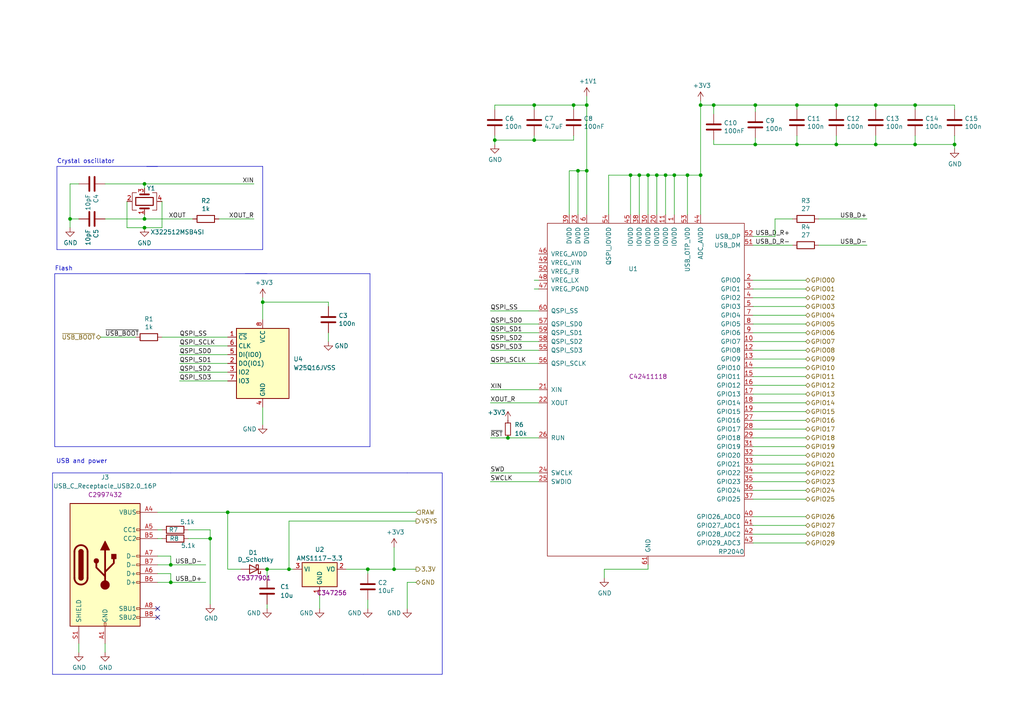
<source format=kicad_sch>
(kicad_sch (version 20250114) (generator "eeschema") (generator_version "9.0")
  (paper "A4")
  (lib_symbols
    (symbol "Device:C" (pin_numbers (hide yes)) (pin_names (offset 0.254))
      (property "Reference" "C" (at 0.635 2.54 0))
      (property "Value" "C" (at 0.635 -2.54 0))
      (symbol "C_0_1"
        (polyline (pts (xy -2.032 0.762) (xy 2.032 0.762)) (stroke (width 0.508)))
        (polyline (pts (xy -2.032 -0.762) (xy 2.032 -0.762)) (stroke (width 0.508)))
      )
      (symbol "C_1_1"
        (pin passive line (at 0 3.81 270) (length 2.794) (name "~") (number "1"))
        (pin passive line (at 0 -3.81 90) (length 2.794) (name "~") (number "2"))
      )
    )
    (symbol "Device:Crystal_GND24" (pin_names (offset 1.016) (hide yes))
      (property "Reference" "Y" (at 3.175 5.08 0))
      (property "Value" "Crystal_GND24" (at 3.175 3.175 0))
      (symbol "Crystal_GND24_0_1"
        (polyline (pts (xy -2.54 2.286) (xy -2.54 3.556) (xy 2.54 3.556) (xy 2.54 2.286)))
        (polyline (pts (xy -2.54 0) (xy -2.032 0)))
        (polyline (pts (xy -2.54 -2.286) (xy -2.54 -3.556) (xy 2.54 -3.556) (xy 2.54 -2.286)))
        (polyline (pts (xy -2.032 -1.27) (xy -2.032 1.27)) (stroke (width 0.508)))
        (rectangle (start -1.143 2.54) (end 1.143 -2.54) (stroke (width 0.3048)))
        (polyline (pts (xy 0 3.556) (xy 0 3.81)))
        (polyline (pts (xy 0 -3.81) (xy 0 -3.556)))
        (polyline (pts (xy 2.032 0) (xy 2.54 0)))
        (polyline (pts (xy 2.032 -1.27) (xy 2.032 1.27)) (stroke (width 0.508)))
      )
      (symbol "Crystal_GND24_1_1"
        (pin passive line (at -3.81 0 0) (length 1.27) (name "1") (number "1"))
        (pin passive line (at 0 5.08 270) (length 1.27) (name "2") (number "2"))
        (pin passive line (at 0 -5.08 90) (length 1.27) (name "4") (number "4"))
        (pin passive line (at 3.81 0 180) (length 1.27) (name "3") (number "3"))
      )
    )
    (symbol "Device:D_Schottky" (pin_numbers (hide yes)) (pin_names (offset 1.016) (hide yes))
      (property "Reference" "D" (at 0 2.54 0))
      (property "Value" "D_Schottky" (at 0 -2.54 0))
      (symbol "D_Schottky_0_1"
        (polyline (pts (xy -1.905 0.635) (xy -1.905 1.27) (xy -1.27 1.27) (xy -1.27 -1.27) (xy -0.635 -1.27) (xy -0.635 -0.635)) (stroke (width 0.254)))
        (polyline (pts (xy 1.27 1.27) (xy 1.27 -1.27) (xy -1.27 0) (xy 1.27 1.27)) (stroke (width 0.254)))
        (polyline (pts (xy 1.27 0) (xy -1.27 0)))
      )
      (symbol "D_Schottky_1_1"
        (pin passive line (at -3.81 0 0) (length 2.54) (name "K") (number "1"))
        (pin passive line (at 3.81 0 180) (length 2.54) (name "A") (number "2"))
      )
    )
    (symbol "Device:R" (pin_numbers (hide yes)) (pin_names (offset 0))
      (property "Reference" "R" (at 2.032 0 90))
      (property "Value" "R" (at 0 0 90))
      (symbol "R_0_1"
        (rectangle (start -1.016 -2.54) (end 1.016 2.54) (stroke (width 0.254)))
      )
      (symbol "R_1_1"
        (pin passive line (at 0 3.81 270) (length 1.27) (name "~") (number "1"))
        (pin passive line (at 0 -3.81 90) (length 1.27) (name "~") (number "2"))
      )
    )
    (symbol "Device:R_Small" (pin_numbers (hide yes)) (pin_names (offset 0.254) (hide yes))
      (property "Reference" "R" (at 0.762 0.508 0))
      (property "Value" "R_Small" (at 0.762 -1.016 0))
      (symbol "R_Small_0_1"
        (rectangle (start -0.762 1.778) (end 0.762 -1.778) (stroke (width 0.2032)))
      )
      (symbol "R_Small_1_1"
        (pin passive line (at 0 2.54 270) (length 0.762) (name "~") (number "1"))
        (pin passive line (at 0 -2.54 90) (length 0.762) (name "~") (number "2"))
      )
    )
    (symbol "Memory_Flash:W25Q16JVSS"
      (property "Reference" "U" (at -6.35 11.43 0))
      (property "Value" "W25Q16JVSS" (at 7.62 11.43 0))
      (symbol "W25Q16JVSS_0_1"
        (rectangle (start -7.62 10.16) (end 7.62 -10.16) (stroke (width 0.254)) (fill (type background)))
      )
      (symbol "W25Q16JVSS_1_1"
        (pin input line (at -10.16 7.62 0) (length 2.54) (name "~{CS}") (number "1"))
        (pin input line (at -10.16 5.08 0) (length 2.54) (name "CLK") (number "6"))
        (pin bidirectional line (at -10.16 2.54 0) (length 2.54) (name "DI(IO0)") (number "5"))
        (pin bidirectional line (at -10.16 0 0) (length 2.54) (name "DO(IO1)") (number "2"))
        (pin bidirectional line (at -10.16 -2.54 0) (length 2.54) (name "IO2") (number "3"))
        (pin bidirectional line (at -10.16 -5.08 0) (length 2.54) (name "IO3") (number "7"))
        (pin power_in line (at 0 12.7 270) (length 2.54) (name "VCC") (number "8"))
        (pin power_in line (at 0 -12.7 90) (length 2.54) (name "GND") (number "4"))
      )
    )
    (symbol "Own_Library:RP2350A-QFN60" (pin_names (offset 1.016))
      (property "Reference" "U" (at 0 -1.27 0))
      (property "Value" "RP2350A-QFN60" (at 0 1.27 0))
      (property "JLCPCB" "C42411118" (at 0 0 0))
      (symbol "RP2350A-QFN60_0_1"
        (rectangle (start -29.21 44.45) (end 27.94 -52.07))
      )
      (symbol "RP2350A-QFN60_1_0"
        (pin passive line (at 0 -54.61 90) (length 2.54) (name "GND") (number "61"))
      )
      (symbol "RP2350A-QFN60_1_1"
        (pin power_in line (at -31.75 35.56 0) (length 2.54) (name "VREG_AVDD") (number "46"))
        (pin power_in line (at -31.75 33.02 0) (length 2.54) (name "VREG_VIN") (number "49"))
        (pin power_in line (at -31.75 30.48 0) (length 2.54) (name "VREG_FB") (number "50"))
        (pin power_out line (at -31.75 27.94 0) (length 2.54) (name "VREG_LX") (number "48"))
        (pin input line (at -31.75 25.4 0) (length 2.54) (name "VREG_PGND") (number "47"))
        (pin bidirectional line (at -31.75 19.05 0) (length 2.54) (name "QSPI_SS") (number "60"))
        (pin bidirectional line (at -31.75 15.24 0) (length 2.54) (name "QSPI_SD0") (number "57"))
        (pin bidirectional line (at -31.75 12.7 0) (length 2.54) (name "QSPI_SD1") (number "59"))
        (pin bidirectional line (at -31.75 10.16 0) (length 2.54) (name "QSPI_SD2") (number "58"))
        (pin bidirectional line (at -31.75 7.62 0) (length 2.54) (name "QSPI_SD3") (number "55"))
        (pin bidirectional line (at -31.75 3.81 0) (length 2.54) (name "QSPI_SCLK") (number "56"))
        (pin input line (at -31.75 -3.81 0) (length 2.54) (name "XIN") (number "21"))
        (pin output line (at -31.75 -7.62 0) (length 2.54) (name "XOUT") (number "22"))
        (pin input line (at -31.75 -17.78 0) (length 2.54) (name "RUN") (number "26"))
        (pin input line (at -31.75 -27.94 0) (length 2.54) (name "SWCLK") (number "24"))
        (pin bidirectional line (at -31.75 -30.48 0) (length 2.54) (name "SWDIO") (number "25"))
        (pin power_in line (at -22.86 46.99 270) (length 2.54) (name "DVDD") (number "39"))
        (pin power_in line (at -20.32 46.99 270) (length 2.54) (name "DVDD") (number "23"))
        (pin power_in line (at -17.78 46.99 270) (length 2.54) (name "DVDD") (number "6"))
        (pin power_in line (at -11.43 46.99 270) (length 2.54) (name "QSPI_IOVDD") (number "54"))
        (pin power_in line (at -5.08 46.99 270) (length 2.54) (name "IOVDD") (number "45"))
        (pin power_in line (at -2.54 46.99 270) (length 2.54) (name "IOVDD") (number "38"))
        (pin power_in line (at 0 46.99 270) (length 2.54) (name "IOVDD") (number "30"))
        (pin power_in line (at 2.54 46.99 270) (length 2.54) (name "IOVDD") (number "20"))
        (pin power_in line (at 5.08 46.99 270) (length 2.54) (name "IOVDD") (number "11"))
        (pin power_in line (at 7.62 46.99 270) (length 2.54) (name "IOVDD") (number "1"))
        (pin power_in line (at 11.43 46.99 270) (length 2.54) (name "USB_OTP_VDD") (number "53"))
        (pin power_in line (at 15.24 46.99 270) (length 2.54) (name "ADC_AVDD") (number "44"))
        (pin bidirectional line (at 30.48 40.64 180) (length 2.54) (name "USB_DP") (number "52"))
        (pin bidirectional line (at 30.48 38.1 180) (length 2.54) (name "USB_DM") (number "51"))
        (pin bidirectional line (at 30.48 27.94 180) (length 2.54) (name "GPIO0") (number "2"))
        (pin bidirectional line (at 30.48 25.4 180) (length 2.54) (name "GPIO1") (number "3"))
        (pin bidirectional line (at 30.48 22.86 180) (length 2.54) (name "GPIO2") (number "4"))
        (pin bidirectional line (at 30.48 20.32 180) (length 2.54) (name "GPIO3") (number "5"))
        (pin bidirectional line (at 30.48 17.78 180) (length 2.54) (name "GPIO4") (number "7"))
        (pin bidirectional line (at 30.48 15.24 180) (length 2.54) (name "GPIO5") (number "8"))
        (pin bidirectional line (at 30.48 12.7 180) (length 2.54) (name "GPIO6") (number "9"))
        (pin bidirectional line (at 30.48 10.16 180) (length 2.54) (name "GPIO7") (number "10"))
        (pin bidirectional line (at 30.48 7.62 180) (length 2.54) (name "GPIO8") (number "12"))
        (pin bidirectional line (at 30.48 5.08 180) (length 2.54) (name "GPIO9") (number "13"))
        (pin bidirectional line (at 30.48 2.54 180) (length 2.54) (name "GPIO10") (number "14"))
        (pin bidirectional line (at 30.48 0 180) (length 2.54) (name "GPIO11") (number "15"))
        (pin bidirectional line (at 30.48 -2.54 180) (length 2.54) (name "GPIO12") (number "16"))
        (pin bidirectional line (at 30.48 -5.08 180) (length 2.54) (name "GPIO13") (number "17"))
        (pin bidirectional line (at 30.48 -7.62 180) (length 2.54) (name "GPIO14") (number "18"))
        (pin bidirectional line (at 30.48 -10.16 180) (length 2.54) (name "GPIO15") (number "19"))
        (pin bidirectional line (at 30.48 -12.7 180) (length 2.54) (name "GPIO16") (number "27"))
        (pin bidirectional line (at 30.48 -15.24 180) (length 2.54) (name "GPIO17") (number "28"))
        (pin bidirectional line (at 30.48 -17.78 180) (length 2.54) (name "GPIO18") (number "29"))
        (pin bidirectional line (at 30.48 -20.32 180) (length 2.54) (name "GPIO19") (number "31"))
        (pin bidirectional line (at 30.48 -22.86 180) (length 2.54) (name "GPIO20") (number "32"))
        (pin bidirectional line (at 30.48 -25.4 180) (length 2.54) (name "GPIO21") (number "33"))
        (pin bidirectional line (at 30.48 -27.94 180) (length 2.54) (name "GPIO22") (number "34"))
        (pin bidirectional line (at 30.48 -30.48 180) (length 2.54) (name "GPIO23") (number "35"))
        (pin bidirectional line (at 30.48 -33.02 180) (length 2.54) (name "GPIO24") (number "36"))
        (pin bidirectional line (at 30.48 -35.56 180) (length 2.54) (name "GPIO25") (number "37"))
        (pin bidirectional line (at 30.48 -40.64 180) (length 2.54) (name "GPIO26_ADC0") (number "40"))
        (pin bidirectional line (at 30.48 -43.18 180) (length 2.54) (name "GPIO27_ADC1") (number "41"))
        (pin bidirectional line (at 30.48 -45.72 180) (length 2.54) (name "GPIO28_ADC2") (number "42"))
        (pin bidirectional line (at 30.48 -48.26 180) (length 2.54) (name "GPIO29_ADC3") (number "43"))
      )
    )
    (symbol "_Own_Library:AMS1117-3.3 SOT-89"
      (property "Reference" "U" (at -3.81 3.175 0))
      (property "Value" "AMS1117-3.3 SOT-89" (at 0 3.175 0))
      (property "JLCPCB" "C347256" (at 0 0 0))
      (symbol "AMS1117-3.3 SOT-89_0_1"
        (rectangle (start -5.08 -5.08) (end 5.08 1.905) (stroke (width 0.254)) (fill (type background)))
      )
      (symbol "AMS1117-3.3 SOT-89_1_1"
        (pin power_in line (at -7.62 0 0) (length 2.54) (name "VI") (number "3"))
        (pin power_in line (at 0 -7.62 90) (length 2.54) (name "GND") (number "1"))
        (pin power_out line (at 7.62 0 180) (length 2.54) (name "VO") (number "2"))
      )
    )
    (symbol "_Own_Library:USB_C_Receptacle_USB2.0_16P" (pin_names (offset 1.016))
      (property "Reference" "J" (at 0 22.225 0))
      (property "Value" "USB_C_Receptacle_USB2.0_16P" (at 0 19.685 0))
      (property "JLCPCB" "C2997432" (at 0 0 0))
      (symbol "USB_C_Receptacle_USB2.0_16P_0_0"
        (rectangle (start -0.254 -17.78) (end 0.254 -16.764))
        (rectangle (start 10.16 15.494) (end 9.144 14.986))
        (rectangle (start 10.16 10.414) (end 9.144 9.906))
        (rectangle (start 10.16 7.874) (end 9.144 7.366))
        (rectangle (start 10.16 2.794) (end 9.144 2.286))
        (rectangle (start 10.16 0.254) (end 9.144 -0.254))
        (rectangle (start 10.16 -2.286) (end 9.144 -2.794))
        (rectangle (start 10.16 -4.826) (end 9.144 -5.334))
        (rectangle (start 10.16 -12.446) (end 9.144 -12.954))
        (rectangle (start 10.16 -14.986) (end 9.144 -15.494))
      )
      (symbol "USB_C_Receptacle_USB2.0_16P_0_1"
        (rectangle (start -10.16 17.78) (end 10.16 -17.78) (stroke (width 0.254)) (fill (type background)))
        (polyline (pts (xy -8.89 -3.81) (xy -8.89 3.81)) (stroke (width 0.508)))
        (rectangle (start -7.62 -3.81) (end -6.35 3.81) (stroke (width 0.254)) (fill (type outline)))
        (arc (start -7.62 3.81) (mid -6.985 4.4423) (end -6.35 3.81) (stroke (width 0.254)))
        (arc (start -7.62 3.81) (mid -6.985 4.4423) (end -6.35 3.81) (stroke (width 0.254)) (fill (type outline)))
        (arc (start -8.89 3.81) (mid -6.985 5.7067) (end -5.08 3.81) (stroke (width 0.508)))
        (arc (start -5.08 -3.81) (mid -6.985 -5.7067) (end -8.89 -3.81) (stroke (width 0.508)))
        (arc (start -6.35 -3.81) (mid -6.985 -4.4423) (end -7.62 -3.81) (stroke (width 0.254)))
        (arc (start -6.35 -3.81) (mid -6.985 -4.4423) (end -7.62 -3.81) (stroke (width 0.254)) (fill (type outline)))
        (polyline (pts (xy -5.08 3.81) (xy -5.08 -3.81)) (stroke (width 0.508)))
        (circle (center -2.54 1.143) (radius 0.635) (stroke (width 0.254)) (fill (type outline)))
        (polyline (pts (xy -1.27 4.318) (xy 0 6.858) (xy 1.27 4.318) (xy -1.27 4.318)) (stroke (width 0.254)) (fill (type outline)))
        (polyline (pts (xy 0 -2.032) (xy 2.54 0.508) (xy 2.54 1.778)) (stroke (width 0.508)))
        (polyline (pts (xy 0 -3.302) (xy -2.54 -0.762) (xy -2.54 0.508)) (stroke (width 0.508)))
        (polyline (pts (xy 0 -5.842) (xy 0 4.318)) (stroke (width 0.508)))
        (circle (center 0 -5.842) (radius 1.27) (fill (type outline)))
        (rectangle (start 1.905 1.778) (end 3.175 3.048) (stroke (width 0.254)) (fill (type outline)))
      )
      (symbol "USB_C_Receptacle_USB2.0_16P_1_1"
        (pin passive line (at -7.62 -22.86 90) (length 5.08) (name "SHIELD") (number "S1"))
        (pin passive line (at 0 -22.86 90) (length 5.08) (name "GND") (number "A1"))
        (pin passive line (at 0 -22.86 90) (length 5.08) (hide yes) (name "GND") (number "A12"))
        (pin passive line (at 0 -22.86 90) (length 5.08) (hide yes) (name "GND") (number "B1"))
        (pin passive line (at 0 -22.86 90) (length 5.08) (hide yes) (name "GND") (number "B12"))
        (pin passive line (at 15.24 15.24 180) (length 5.08) (name "VBUS") (number "A4"))
        (pin passive line (at 15.24 15.24 180) (length 5.08) (hide yes) (name "VBUS") (number "A9"))
        (pin passive line (at 15.24 15.24 180) (length 5.08) (hide yes) (name "VBUS") (number "B4"))
        (pin passive line (at 15.24 15.24 180) (length 5.08) (hide yes) (name "VBUS") (number "B9"))
        (pin bidirectional line (at 15.24 10.16 180) (length 5.08) (name "CC1") (number "A5"))
        (pin bidirectional line (at 15.24 7.62 180) (length 5.08) (name "CC2") (number "B5"))
        (pin bidirectional line (at 15.24 2.54 180) (length 5.08) (name "D-") (number "A7"))
        (pin bidirectional line (at 15.24 0 180) (length 5.08) (name "D-") (number "B7"))
        (pin bidirectional line (at 15.24 -2.54 180) (length 5.08) (name "D+") (number "A6"))
        (pin bidirectional line (at 15.24 -5.08 180) (length 5.08) (name "D+") (number "B6"))
        (pin bidirectional line (at 15.24 -12.7 180) (length 5.08) (name "SBU1") (number "A8"))
        (pin bidirectional line (at 15.24 -15.24 180) (length 5.08) (name "SBU2") (number "B8"))
      )
    )
    (symbol "power:+1V1" (power) (pin_names (offset 0))
      (property "Value" "+1V1" (at 0 3.556 0))
      (symbol "+1V1_0_1"
        (polyline (pts (xy -0.762 1.27) (xy 0 2.54)))
        (polyline (pts (xy 0 2.54) (xy 0.762 1.27)))
        (polyline (pts (xy 0 0) (xy 0 2.54)))
      )
      (symbol "+1V1_1_1"
        (pin power_in line (at 0 0 90) (length 0) (hide yes) (name "+1V1") (number "1"))
      )
    )
    (symbol "power:+3V3" (power) (pin_names (offset 0))
      (property "Value" "+3V3" (at 0 3.556 0))
      (symbol "+3V3_0_1"
        (polyline (pts (xy -0.762 1.27) (xy 0 2.54)))
        (polyline (pts (xy 0 2.54) (xy 0.762 1.27)))
        (polyline (pts (xy 0 0) (xy 0 2.54)))
      )
      (symbol "+3V3_1_1"
        (pin power_in line (at 0 0 90) (length 0) (hide yes) (name "+3V3") (number "1"))
      )
    )
    (symbol "power:GND" (power) (pin_names (offset 0))
      (property "Value" "GND" (at 0 -3.81 0))
      (symbol "GND_0_1"
        (polyline (pts (xy 0 0) (xy 0 -1.27) (xy 1.27 -1.27) (xy 0 -2.54) (xy -1.27 -1.27) (xy 0 -1.27)))
      )
      (symbol "GND_1_1"
        (pin power_in line (at 0 0 270) (length 0) (hide yes) (name "GND") (number "1"))
      )
    )
  )
  (text "USB and power" (at 16.256 134.62 0) (effects (font (size 1.27 1.27)) (justify left bottom)))
  (text "Flash" (at 15.875 78.74 0) (effects (font (size 1.27 1.27)) (justify left bottom)))
  (text "Crystal oscillator" (at 16.51 47.625 0) (effects (font (size 1.27 1.27)) (justify left bottom)))
  (junction (at 242.57 41.91))
  (junction (at 106.68 165.1))
  (junction (at 66.04 148.59))
  (junction (at 41.91 53.34))
  (junction (at 254 30.48))
  (junction (at 154.94 40.64))
  (junction (at 49.53 163.83))
  (junction (at 265.43 41.91))
  (junction (at 41.91 63.5))
  (junction (at 276.86 41.91))
  (junction (at 166.37 30.48))
  (junction (at 143.51 40.64))
  (junction (at 170.18 49.53))
  (junction (at 203.2 50.8))
  (junction (at 77.47 165.1))
  (junction (at 60.96 156.21))
  (junction (at 254 41.91))
  (junction (at 265.43 30.48))
  (junction (at 83.82 165.1))
  (junction (at 203.2 30.48))
  (junction (at 41.91 66.04))
  (junction (at 219.075 30.48))
  (junction (at 231.14 30.48))
  (junction (at 242.57 30.48))
  (junction (at 231.14 41.91))
  (junction (at 167.64 49.53))
  (junction (at 207.01 30.48))
  (junction (at 195.58 50.8))
  (junction (at 193.04 50.8))
  (junction (at 199.39 50.8))
  (junction (at 114.3 165.1))
  (junction (at 76.2 87.63))
  (junction (at 190.5 50.8))
  (junction (at 49.53 168.91))
  (junction (at 20.32 63.5))
  (junction (at 154.94 30.48))
  (junction (at 185.42 50.8))
  (junction (at 182.88 50.8))
  (junction (at 187.96 50.8))
  (junction (at 147.32 127))
  (junction (at 170.18 30.48))
  (junction (at 219.075 41.91))
  (no_connect (at 45.72 179.07))
  (no_connect (at 45.72 176.53))
  (wire (pts (xy 154.94 31.75) (xy 154.94 30.48)))
  (wire (pts (xy 218.44 114.3) (xy 233.68 114.3)))
  (wire (pts (xy 142.24 137.16) (xy 156.21 137.16)))
  (wire (pts (xy 224.79 63.5) (xy 229.87 63.5)))
  (wire (pts (xy 52.07 110.49) (xy 66.04 110.49)))
  (wire (pts (xy 193.04 50.8) (xy 195.58 50.8)))
  (wire (pts (xy 143.51 40.64) (xy 143.51 41.91)))
  (wire (pts (xy 276.86 41.91) (xy 276.86 43.18)))
  (wire (pts (xy 187.96 50.8) (xy 190.5 50.8)))
  (wire (pts (xy 154.94 40.64) (xy 154.94 39.37)))
  (wire (pts (xy 237.49 71.12) (xy 251.46 71.12)))
  (wire (pts (xy 218.44 127) (xy 233.68 127)))
  (wire (pts (xy 265.43 30.48) (xy 276.86 30.48)))
  (wire (pts (xy 66.04 165.1) (xy 69.85 165.1)))
  (wire (pts (xy 143.51 39.37) (xy 143.51 40.64)))
  (wire (pts (xy 242.57 30.48) (xy 254 30.48)))
  (wire (pts (xy 170.18 62.23) (xy 170.18 49.53)))
  (wire (pts (xy 77.47 176.53) (xy 77.47 175.26)))
  (wire (pts (xy 106.68 166.37) (xy 106.68 165.1)))
  (wire (pts (xy 190.5 50.8) (xy 193.04 50.8)))
  (polyline (pts (xy 118.11 137.16) (xy 128.27 137.16)))
  (wire (pts (xy 185.42 50.8) (xy 185.42 62.23)))
  (polyline (pts (xy 76.2 72.39) (xy 76.2 48.26)))
  (wire (pts (xy 195.58 50.8) (xy 195.58 62.23)))
  (wire (pts (xy 276.86 39.37) (xy 276.86 41.91)))
  (wire (pts (xy 207.01 30.48) (xy 219.075 30.48)))
  (wire (pts (xy 187.96 50.8) (xy 187.96 62.23)))
  (wire (pts (xy 219.075 40.005) (xy 219.075 41.91)))
  (wire (pts (xy 66.04 148.59) (xy 66.04 165.1)))
  (polyline (pts (xy 49.53 137.16) (xy 118.11 137.16)))
  (wire (pts (xy 49.53 163.83) (xy 59.69 163.83)))
  (wire (pts (xy 106.68 173.99) (xy 106.68 176.53)))
  (polyline (pts (xy 42.545 48.26) (xy 76.2 48.26)))
  (wire (pts (xy 76.2 86.36) (xy 76.2 87.63)))
  (wire (pts (xy 207.01 40.64) (xy 207.01 41.91)))
  (wire (pts (xy 187.96 165.1) (xy 187.96 163.83)))
  (wire (pts (xy 154.94 83.82) (xy 156.21 83.82)))
  (wire (pts (xy 142.24 113.03) (xy 156.21 113.03)))
  (wire (pts (xy 167.64 49.53) (xy 165.1 49.53)))
  (wire (pts (xy 46.99 66.04) (xy 41.91 66.04)))
  (wire (pts (xy 218.44 154.94) (xy 233.68 154.94)))
  (wire (pts (xy 41.91 63.5) (xy 55.88 63.5)))
  (wire (pts (xy 254 39.37) (xy 254 41.91)))
  (wire (pts (xy 176.53 50.8) (xy 182.88 50.8)))
  (wire (pts (xy 170.18 49.53) (xy 167.64 49.53)))
  (wire (pts (xy 231.14 39.37) (xy 231.14 41.91)))
  (wire (pts (xy 254 30.48) (xy 265.43 30.48)))
  (polyline (pts (xy 16.51 48.26) (xy 16.51 72.39)))
  (wire (pts (xy 203.2 50.8) (xy 203.2 62.23)))
  (wire (pts (xy 242.57 31.75) (xy 242.57 30.48)))
  (wire (pts (xy 41.91 54.61) (xy 41.91 53.34)))
  (wire (pts (xy 143.51 31.75) (xy 143.51 30.48)))
  (wire (pts (xy 22.86 63.5) (xy 20.32 63.5)))
  (wire (pts (xy 218.44 96.52) (xy 233.68 96.52)))
  (wire (pts (xy 176.53 62.23) (xy 176.53 50.8)))
  (wire (pts (xy 218.44 109.22) (xy 233.68 109.22)))
  (wire (pts (xy 156.21 116.84) (xy 142.24 116.84)))
  (wire (pts (xy 83.82 151.13) (xy 83.82 165.1)))
  (wire (pts (xy 142.24 99.06) (xy 156.21 99.06)))
  (wire (pts (xy 219.075 32.385) (xy 219.075 30.48)))
  (wire (pts (xy 100.33 165.1) (xy 106.68 165.1)))
  (wire (pts (xy 218.44 129.54) (xy 233.68 129.54)))
  (polyline (pts (xy 128.27 195.58) (xy 128.27 142.24)))
  (wire (pts (xy 30.48 186.69) (xy 30.48 189.23)))
  (wire (pts (xy 147.32 127) (xy 156.21 127)))
  (wire (pts (xy 193.04 50.8) (xy 193.04 62.23)))
  (wire (pts (xy 218.44 91.44) (xy 233.68 91.44)))
  (wire (pts (xy 52.07 100.33) (xy 66.04 100.33)))
  (wire (pts (xy 36.83 66.04) (xy 41.91 66.04)))
  (wire (pts (xy 156.21 96.52) (xy 142.24 96.52)))
  (wire (pts (xy 265.43 41.91) (xy 276.86 41.91)))
  (wire (pts (xy 175.26 165.1) (xy 175.26 167.64)))
  (wire (pts (xy 142.24 127) (xy 147.32 127)))
  (polyline (pts (xy 77.47 79.375) (xy 15.875 79.375)))
  (wire (pts (xy 142.24 139.7) (xy 156.21 139.7)))
  (wire (pts (xy 219.075 41.91) (xy 231.14 41.91)))
  (wire (pts (xy 276.86 31.75) (xy 276.86 30.48)))
  (polyline (pts (xy 16.51 72.39) (xy 76.2 72.39)))
  (wire (pts (xy 143.51 30.48) (xy 154.94 30.48)))
  (wire (pts (xy 218.44 134.62) (xy 233.68 134.62)))
  (wire (pts (xy 218.44 111.76) (xy 233.68 111.76)))
  (wire (pts (xy 41.91 53.34) (xy 73.66 53.34)))
  (wire (pts (xy 29.21 97.79) (xy 39.37 97.79)))
  (wire (pts (xy 199.39 50.8) (xy 203.2 50.8)))
  (wire (pts (xy 218.44 152.4) (xy 233.68 152.4)))
  (wire (pts (xy 106.68 165.1) (xy 114.3 165.1)))
  (wire (pts (xy 154.94 30.48) (xy 166.37 30.48)))
  (wire (pts (xy 36.83 58.42) (xy 36.83 66.04)))
  (wire (pts (xy 45.72 153.67) (xy 46.99 153.67)))
  (wire (pts (xy 95.25 87.63) (xy 76.2 87.63)))
  (wire (pts (xy 77.47 165.1) (xy 77.47 167.64)))
  (wire (pts (xy 170.18 30.48) (xy 170.18 49.53)))
  (wire (pts (xy 76.2 87.63) (xy 76.2 92.71)))
  (wire (pts (xy 218.44 83.82) (xy 233.68 83.82)))
  (wire (pts (xy 142.24 101.6) (xy 156.21 101.6)))
  (wire (pts (xy 265.43 31.75) (xy 265.43 30.48)))
  (wire (pts (xy 218.44 119.38) (xy 233.68 119.38)))
  (wire (pts (xy 207.01 41.91) (xy 219.075 41.91)))
  (wire (pts (xy 231.14 31.75) (xy 231.14 30.48)))
  (wire (pts (xy 45.72 166.37) (xy 49.53 166.37)))
  (wire (pts (xy 142.24 93.98) (xy 156.21 93.98)))
  (wire (pts (xy 54.61 153.67) (xy 60.96 153.67)))
  (wire (pts (xy 54.61 156.21) (xy 60.96 156.21)))
  (wire (pts (xy 166.37 40.64) (xy 166.37 39.37)))
  (polyline (pts (xy 15.24 195.58) (xy 105.41 195.58)))
  (wire (pts (xy 218.44 121.92) (xy 233.68 121.92)))
  (wire (pts (xy 77.47 165.1) (xy 83.82 165.1)))
  (wire (pts (xy 76.2 118.11) (xy 76.2 123.19)))
  (wire (pts (xy 203.2 30.48) (xy 203.2 50.8)))
  (polyline (pts (xy 45.72 48.26) (xy 16.51 48.26)))
  (wire (pts (xy 30.48 53.34) (xy 41.91 53.34)))
  (wire (pts (xy 49.53 168.91) (xy 59.69 168.91)))
  (wire (pts (xy 175.26 165.1) (xy 187.96 165.1)))
  (wire (pts (xy 199.39 50.8) (xy 199.39 62.23)))
  (wire (pts (xy 231.14 30.48) (xy 242.57 30.48)))
  (wire (pts (xy 218.44 124.46) (xy 233.68 124.46)))
  (wire (pts (xy 45.72 161.29) (xy 49.53 161.29)))
  (wire (pts (xy 45.72 148.59) (xy 66.04 148.59)))
  (wire (pts (xy 218.44 157.48) (xy 233.68 157.48)))
  (wire (pts (xy 166.37 30.48) (xy 166.37 31.75)))
  (wire (pts (xy 41.91 62.23) (xy 41.91 63.5)))
  (wire (pts (xy 242.57 41.91) (xy 231.14 41.91)))
  (wire (pts (xy 224.79 63.5) (xy 224.79 68.58)))
  (polyline (pts (xy 49.53 137.16) (xy 15.24 137.16)))
  (wire (pts (xy 219.075 30.48) (xy 231.14 30.48)))
  (wire (pts (xy 83.82 165.1) (xy 85.09 165.1)))
  (wire (pts (xy 66.04 148.59) (xy 120.65 148.59)))
  (wire (pts (xy 154.94 40.64) (xy 166.37 40.64)))
  (polyline (pts (xy 105.41 195.58) (xy 128.27 195.58)))
  (wire (pts (xy 218.44 104.14) (xy 233.68 104.14)))
  (wire (pts (xy 95.25 96.52) (xy 95.25 99.06)))
  (wire (pts (xy 182.88 50.8) (xy 182.88 62.23)))
  (wire (pts (xy 203.2 30.48) (xy 207.01 30.48)))
  (wire (pts (xy 242.57 39.37) (xy 242.57 41.91)))
  (wire (pts (xy 218.44 139.7) (xy 233.68 139.7)))
  (wire (pts (xy 60.96 156.21) (xy 60.96 175.26)))
  (wire (pts (xy 20.32 53.34) (xy 20.32 63.5)))
  (wire (pts (xy 92.71 172.72) (xy 92.71 176.53)))
  (wire (pts (xy 218.44 142.24) (xy 233.68 142.24)))
  (wire (pts (xy 166.37 30.48) (xy 170.18 30.48)))
  (wire (pts (xy 218.44 81.28) (xy 233.68 81.28)))
  (wire (pts (xy 218.44 88.9) (xy 233.68 88.9)))
  (polyline (pts (xy 128.27 137.16) (xy 128.27 142.24)))
  (polyline (pts (xy 107.315 129.54) (xy 107.315 79.375)))
  (wire (pts (xy 195.58 50.8) (xy 199.39 50.8)))
  (wire (pts (xy 118.11 168.91) (xy 118.11 176.53)))
  (wire (pts (xy 182.88 50.8) (xy 185.42 50.8)))
  (wire (pts (xy 45.72 168.91) (xy 49.53 168.91)))
  (wire (pts (xy 22.86 53.34) (xy 20.32 53.34)))
  (wire (pts (xy 207.01 30.48) (xy 207.01 33.02)))
  (wire (pts (xy 83.82 151.13) (xy 120.65 151.13)))
  (wire (pts (xy 52.07 102.87) (xy 66.04 102.87)))
  (wire (pts (xy 185.42 50.8) (xy 187.96 50.8)))
  (wire (pts (xy 143.51 40.64) (xy 154.94 40.64)))
  (wire (pts (xy 46.99 97.79) (xy 66.04 97.79)))
  (wire (pts (xy 46.99 58.42) (xy 46.99 66.04)))
  (wire (pts (xy 218.44 68.58) (xy 224.79 68.58)))
  (wire (pts (xy 218.44 101.6) (xy 233.68 101.6)))
  (polyline (pts (xy 71.12 79.375) (xy 107.315 79.375)))
  (wire (pts (xy 60.96 153.67) (xy 60.96 156.21)))
  (wire (pts (xy 114.3 165.1) (xy 120.65 165.1)))
  (wire (pts (xy 120.65 168.91) (xy 118.11 168.91)))
  (wire (pts (xy 49.53 166.37) (xy 49.53 168.91)))
  (polyline (pts (xy 15.875 79.375) (xy 15.875 129.54)))
  (wire (pts (xy 156.21 105.41) (xy 142.24 105.41)))
  (wire (pts (xy 218.44 71.12) (xy 229.87 71.12)))
  (wire (pts (xy 52.07 105.41) (xy 66.04 105.41)))
  (wire (pts (xy 218.44 93.98) (xy 233.68 93.98)))
  (wire (pts (xy 218.44 86.36) (xy 233.68 86.36)))
  (wire (pts (xy 265.43 41.91) (xy 254 41.91)))
  (polyline (pts (xy 15.875 129.54) (xy 107.315 129.54)))
  (wire (pts (xy 95.25 88.9) (xy 95.25 87.63)))
  (wire (pts (xy 45.72 156.21) (xy 46.99 156.21)))
  (polyline (pts (xy 15.24 137.16) (xy 15.24 195.58)))
  (wire (pts (xy 20.32 63.5) (xy 20.32 66.04)))
  (wire (pts (xy 167.64 49.53) (xy 167.64 62.23)))
  (wire (pts (xy 22.86 186.69) (xy 22.86 189.23)))
  (wire (pts (xy 218.44 149.86) (xy 233.68 149.86)))
  (wire (pts (xy 190.5 50.8) (xy 190.5 62.23)))
  (wire (pts (xy 114.3 158.75) (xy 114.3 165.1)))
  (wire (pts (xy 218.44 137.16) (xy 233.68 137.16)))
  (wire (pts (xy 49.53 163.83) (xy 45.72 163.83)))
  (wire (pts (xy 218.44 116.84) (xy 233.68 116.84)))
  (wire (pts (xy 63.5 63.5) (xy 73.66 63.5)))
  (wire (pts (xy 170.18 27.94) (xy 170.18 30.48)))
  (wire (pts (xy 237.49 63.5) (xy 251.46 63.5)))
  (wire (pts (xy 156.21 90.17) (xy 142.24 90.17)))
  (wire (pts (xy 30.48 63.5) (xy 41.91 63.5)))
  (wire (pts (xy 218.44 106.68) (xy 233.68 106.68)))
  (wire (pts (xy 218.44 144.78) (xy 233.68 144.78)))
  (wire (pts (xy 49.53 161.29) (xy 49.53 163.83)))
  (wire (pts (xy 265.43 39.37) (xy 265.43 41.91)))
  (wire (pts (xy 154.94 81.28) (xy 156.21 81.28)))
  (wire (pts (xy 218.44 132.08) (xy 233.68 132.08)))
  (wire (pts (xy 165.1 49.53) (xy 165.1 62.23)))
  (wire (pts (xy 254 41.91) (xy 242.57 41.91)))
  (wire (pts (xy 52.07 107.95) (xy 66.04 107.95)))
  (wire (pts (xy 203.2 29.21) (xy 203.2 30.48)))
  (wire (pts (xy 218.44 99.06) (xy 233.68 99.06)))
  (wire (pts (xy 254 31.75) (xy 254 30.48)))
  (label "XOUT_R" (at 142.24 116.84 0))
  (label "QSPI_SD1" (at 142.24 96.52 0))
  (label "USB_D+" (at 50.8 168.91 0))
  (label "XOUT" (at 48.895 63.5 0))
  (label "USB_D-" (at 251.46 71.12 180))
  (label "QSPI_SCLK" (at 142.24 105.41 0))
  (label "QSPI_SD0" (at 52.07 102.87 0))
  (label "XIN" (at 142.24 113.03 0))
  (label "QSPI_SD2" (at 52.07 107.95 0))
  (label "SWD" (at 142.24 137.16 0))
  (label "QSPI_SD0" (at 142.24 93.98 0))
  (label "QSPI_SD3" (at 52.07 110.49 0))
  (label "QSPI_SD3" (at 142.24 101.6 0))
  (label "QSPI_SD1" (at 52.07 105.41 0))
  (label "USB_D-" (at 50.8 163.83 0))
  (label "USB_D_R-" (at 219.075 71.12 0))
  (label "QSPI_SS" (at 142.24 90.17 0))
  (label "QSPI_SCLK" (at 52.07 100.33 0))
  (label "SWCLK" (at 142.24 139.7 0))
  (label "QSPI_SS" (at 52.07 97.79 0))
  (label "QSPI_SD2" (at 142.24 99.06 0))
  (label "USB_D_R+" (at 219.075 68.58 0))
  (label "~{USB_BOOT}" (at 30.48 97.79 0))
  (label "~{RST}" (at 142.24 127 0))
  (label "XOUT_R" (at 73.66 63.5 180))
  (label "XIN" (at 73.66 53.34 180))
  (label "USB_D+" (at 251.46 63.5 180))
  (hierarchical_label "GPIO26" (shape bidirectional) (at 233.68 149.86 0))
  (hierarchical_label "GPIO00" (shape bidirectional) (at 233.68 81.28 0))
  (hierarchical_label "GPIO25" (shape bidirectional) (at 233.68 144.78 0))
  (hierarchical_label "RAW" (shape input) (at 120.65 148.59 0))
  (hierarchical_label "GPIO09" (shape bidirectional) (at 233.68 104.14 0))
  (hierarchical_label "GPIO01" (shape bidirectional) (at 233.68 83.82 0))
  (hierarchical_label "GND" (shape bidirectional) (at 120.65 168.91 0))
  (hierarchical_label "GPIO02" (shape bidirectional) (at 233.68 86.36 0))
  (hierarchical_label "VSYS" (shape output) (at 120.65 151.13 0))
  (hierarchical_label "GPIO17" (shape bidirectional) (at 233.68 124.46 0))
  (hierarchical_label "GPIO24" (shape bidirectional) (at 233.68 142.24 0))
  (hierarchical_label "GPIO27" (shape bidirectional) (at 233.68 152.4 0))
  (hierarchical_label "GPIO29" (shape bidirectional) (at 233.68 157.48 0))
  (hierarchical_label "GPIO06" (shape bidirectional) (at 233.68 96.52 0))
  (hierarchical_label "GPIO23" (shape bidirectional) (at 233.68 139.7 0))
  (hierarchical_label "GPIO04" (shape bidirectional) (at 233.68 91.44 0))
  (hierarchical_label "GPIO11" (shape bidirectional) (at 233.68 109.22 0))
  (hierarchical_label "GPIO13" (shape bidirectional) (at 233.68 114.3 0))
  (hierarchical_label "GPIO21" (shape bidirectional) (at 233.68 134.62 0))
  (hierarchical_label "GPIO08" (shape bidirectional) (at 233.68 101.6 0))
  (hierarchical_label "GPIO28" (shape bidirectional) (at 233.68 154.94 0))
  (hierarchical_label "GPIO22" (shape bidirectional) (at 233.68 137.16 0))
  (hierarchical_label "GPIO10" (shape bidirectional) (at 233.68 106.68 0))
  (hierarchical_label "GPIO19" (shape bidirectional) (at 233.68 129.54 0))
  (hierarchical_label "GPIO20" (shape bidirectional) (at 233.68 132.08 0))
  (hierarchical_label "GPIO07" (shape bidirectional) (at 233.68 99.06 0))
  (hierarchical_label "~{USB_BOOT}" (shape bidirectional) (at 29.21 97.79 180))
  (hierarchical_label "GPIO16" (shape bidirectional) (at 233.68 121.92 0))
  (hierarchical_label "GPIO05" (shape bidirectional) (at 233.68 93.98 0))
  (hierarchical_label "GPIO03" (shape bidirectional) (at 233.68 88.9 0))
  (hierarchical_label "GPIO15" (shape bidirectional) (at 233.68 119.38 0))
  (hierarchical_label "GPIO12" (shape bidirectional) (at 233.68 111.76 0))
  (hierarchical_label "GPIO18" (shape bidirectional) (at 233.68 127 0))
  (hierarchical_label "3.3V" (shape output) (at 120.65 165.1 0))
  (hierarchical_label "GPIO14" (shape bidirectional) (at 233.68 116.84 0))
  (symbol (lib_id "power:GND") (at 92.71 176.53 0) (unit 1)
    (property "Reference" "#PWR0110" (effects (hide yes)))
    (property "Value" "GND" (at 88.9 177.8 0))
  )
  (symbol (lib_id "power:+1V1") (at 170.18 27.94 0) (unit 1)
    (property "Reference" "#PWR037" (effects (hide yes)))
    (property "Value" "+1V1" (at 170.561 23.5458 0))
  )
  (symbol (lib_id "power:GND") (at 175.26 167.64 0) (unit 1)
    (property "Reference" "#PWR039" (effects (hide yes)))
    (property "Value" "GND" (at 175.387 172.0342 0))
  )
  (symbol (lib_id "Device:R") (at 50.8 156.21 270) (unit 1)
    (property "Reference" "R8" (at 50.546 156.21 90))
    (property "Value" "5.1k" (at 54.61 158.242 90))
    (property "Footprint" "Resistor_SMD:R_0402_1005Metric" (effects (hide yes)))
    (property "MPN - JLCPCB" "C11702" (effects (hide yes)))
  )
  (symbol (lib_id "Device:C") (at 207.01 36.83 0) (unit 1)
    (property "Reference" "C10" (at 209.931 35.6616 0) (effects (justify left)))
    (property "Value" "100nF" (at 209.931 37.973 0) (effects (justify left)))
    (property "Footprint" "Capacitor_SMD:C_0402_1005Metric" (effects (hide yes)))
    (property "MPN - JLCPCB" "C52923" (effects (hide yes)))
  )
  (symbol (lib_id "Device:Crystal_GND24") (at 41.91 58.42 90) (unit 1)
    (property "Reference" "Y1" (at 43.815 54.61 90))
    (property "Value" "X322512MSB4SI" (at 51.435 67.31 90))
    (property "Footprint" "Crystal:Crystal_SMD_3225-4Pin_3.2x2.5mm" (effects (hide yes)))
    (property "MPN - JLCPCB" "C9002" (effects (hide yes)))
  )
  (symbol (lib_id "Own_Library:RP2350A-QFN60") (at 187.96 109.22 0) (unit 1)
    (property "Reference" "U1" (at 183.642 77.978 0))
    (property "Value" "RP2040" (at 212.09 160.02 0))
    (property "Footprint" "_Own_Library:RP2350A_QFN-60_EP_7.75x7.75_Pitch0.4mm" (effects (hide yes)))
    (property "Datasheet" "https://datasheets.raspberrypi.com/rp2040/rp2040-datasheet.pdf" (effects (hide yes)))
    (property "MPN - JLCPCB" "C2040" (effects (hide yes)))
    (property "JLCPCB" "C42411118" (at 187.96 109.22 0))
  )
  (symbol (lib_id "power:+3V3") (at 147.32 121.92 0) (unit 1)
    (property "Reference" "#PWR02" (effects (hide yes)))
    (property "Value" "+3V3" (at 144.018 119.634 0))
  )
  (symbol (lib_id "Device:R") (at 43.18 97.79 270) (unit 1)
    (property "Reference" "R1" (at 43.18 92.5322 90))
    (property "Value" "1k" (at 43.18 94.8436 90))
    (property "Footprint" "Resistor_SMD:R_0402_1005Metric" (effects (hide yes)))
    (property "MPN - JLCPCB" "C11702" (effects (hide yes)))
  )
  (symbol (lib_id "power:GND") (at 30.48 189.23 0) (unit 1)
    (property "Reference" "#PWR015" (effects (hide yes)))
    (property "Value" "GND" (at 30.607 193.6242 0))
  )
  (symbol (lib_id "power:GND") (at 41.91 66.04 0) (unit 1)
    (property "Reference" "#PWR05" (effects (hide yes)))
    (property "Value" "GND" (at 41.91 70.485 0))
  )
  (symbol (lib_id "Device:C") (at 231.14 35.56 0) (unit 1)
    (property "Reference" "C11" (at 234.061 34.3916 0) (effects (justify left)))
    (property "Value" "100n" (at 234.061 36.703 0) (effects (justify left)))
    (property "Footprint" "Capacitor_SMD:C_0402_1005Metric" (effects (hide yes)))
    (property "MPN - JLCPCB" "C52923" (effects (hide yes)))
  )
  (symbol (lib_id "Device:C") (at 219.075 36.195 0) (unit 1)
    (property "Reference" "C9" (at 221.996 35.0266 0) (effects (justify left)))
    (property "Value" "100n" (at 221.996 37.338 0) (effects (justify left)))
    (property "Footprint" "Capacitor_SMD:C_0402_1005Metric" (effects (hide yes)))
    (property "MPN - JLCPCB" "C52923" (effects (hide yes)))
  )
  (symbol (lib_id "Device:C") (at 143.51 35.56 0) (unit 1)
    (property "Reference" "C6" (at 146.431 34.3916 0) (effects (justify left)))
    (property "Value" "100n" (at 146.431 36.703 0) (effects (justify left)))
    (property "Footprint" "Capacitor_SMD:C_0402_1005Metric" (effects (hide yes)))
    (property "MPN - JLCPCB" "C52923" (effects (hide yes)))
  )
  (symbol (lib_id "Device:C") (at 265.43 35.56 0) (unit 1)
    (property "Reference" "C14" (at 268.351 34.3916 0) (effects (justify left)))
    (property "Value" "100n" (at 268.351 36.703 0) (effects (justify left)))
    (property "Footprint" "Capacitor_SMD:C_0402_1005Metric" (effects (hide yes)))
    (property "MPN - JLCPCB" "C52923" (effects (hide yes)))
  )
  (symbol (lib_id "power:GND") (at 276.86 43.18 0) (unit 1)
    (property "Reference" "#PWR042" (effects (hide yes)))
    (property "Value" "GND" (at 276.987 47.5742 0))
  )
  (symbol (lib_id "power:GND") (at 118.11 176.53 0) (unit 1)
    (property "Reference" "#PWR012" (effects (hide yes)))
    (property "Value" "GND" (at 114.3 177.8 0))
  )
  (symbol (lib_id "Device:D_Schottky") (at 73.66 165.1 180) (unit 1)
    (property "Reference" "D1" (at 73.406 160.274 0))
    (property "Value" "D_Schottky" (at 74.168 162.306 0))
    (property "Footprint" "Diode_SMD:D_SOD-123" (effects (hide yes)))
    (property "Description" "Schottky diode" (effects (hide yes)))
    (property "JLCPCB" "C5377901" (at 73.66 167.64 0))
  )
  (symbol (lib_id "Device:R") (at 233.68 63.5 270) (unit 1)
    (property "Reference" "R3" (at 233.68 58.2422 90))
    (property "Value" "27" (at 233.68 60.5536 90))
    (property "Footprint" "Resistor_SMD:R_0402_1005Metric" (effects (hide yes)))
    (property "MPN - JLCPCB" "C25190" (effects (hide yes)))
  )
  (symbol (lib_id "Device:C") (at 154.94 35.56 0) (unit 1)
    (property "Reference" "C7" (at 157.861 34.3916 0) (effects (justify left)))
    (property "Value" "4.7uF" (at 157.861 36.703 0) (effects (justify left)))
    (property "Footprint" "Capacitor_SMD:C_0402_1005Metric" (effects (hide yes)))
    (property "MPN - JLCPCB" "C52923" (effects (hide yes)))
  )
  (symbol (lib_id "Device:C") (at 254 35.56 0) (unit 1)
    (property "Reference" "C13" (at 256.921 34.3916 0) (effects (justify left)))
    (property "Value" "100n" (at 256.921 36.703 0) (effects (justify left)))
    (property "Footprint" "Capacitor_SMD:C_0402_1005Metric" (effects (hide yes)))
    (property "MPN - JLCPCB" "C52923" (effects (hide yes)))
  )
  (symbol (lib_id "_Own_Library:AMS1117-3.3 SOT-89") (at 92.71 165.1 0) (unit 1)
    (property "Reference" "U2" (at 92.71 159.385 0))
    (property "Value" "AMS1117-3.3" (at 92.71 161.925 0))
    (property "Footprint" "Package_TO_SOT_SMD:SOT-89-3" (effects (hide yes)))
    (property "Datasheet" "http://www.advanced-monolithic.com/pdf/ds1117.pdf" (effects (hide yes)))
    (property "Description" "1A Low Dropout regulator, positive, 3.3V fixed output, SOT-223" (effects (hide yes)))
    (property "MPN - JLCPCB" "C6186" (effects (hide yes)))
    (property "JLCPCB" "C347256" (at 96.266 171.958 0))
  )
  (symbol (lib_id "power:GND") (at 95.25 99.06 0) (unit 1)
    (property "Reference" "#PWR0103" (effects (hide yes)))
    (property "Value" "GND" (at 99.06 100.33 0))
  )
  (symbol (lib_id "Device:R") (at 59.69 63.5 270) (unit 1)
    (property "Reference" "R2" (at 59.69 58.2422 90))
    (property "Value" "1k" (at 59.69 60.5536 90))
    (property "Footprint" "Resistor_SMD:R_0402_1005Metric" (effects (hide yes)))
    (property "MPN - JLCPCB" "C11702" (effects (hide yes)))
  )
  (symbol (lib_id "Device:R_Small") (at 147.32 124.46 0) (unit 1)
    (property "Reference" "R6" (at 149.225 123.1899 0) (effects (justify left)))
    (property "Value" "10k" (at 149.225 125.7299 0) (effects (justify left)))
    (property "Footprint" "Resistor_SMD:R_0402_1005Metric" (effects (hide yes)))
    (property "MPN - JLCPCB" "C25744" (effects (hide yes)))
  )
  (symbol (lib_id "power:GND") (at 106.68 176.53 0) (unit 1)
    (property "Reference" "#PWR034" (effects (hide yes)))
    (property "Value" "GND" (at 102.87 177.8 0))
  )
  (symbol (lib_id "power:GND") (at 22.86 189.23 0) (unit 1)
    (property "Reference" "#PWR016" (effects (hide yes)))
    (property "Value" "GND" (at 22.987 193.6242 0))
  )
  (symbol (lib_id "Device:C") (at 106.68 170.18 0) (unit 1)
    (property "Reference" "C2" (at 109.601 169.0116 0) (effects (justify left)))
    (property "Value" "10uF" (at 109.601 171.323 0) (effects (justify left)))
    (property "Footprint" "Capacitor_SMD:C_0402_1005Metric" (effects (hide yes)))
    (property "MPN - JLCPCB" "C52923" (effects (hide yes)))
  )
  (symbol (lib_id "Memory_Flash:W25Q16JVSS") (at 76.2 105.41 0) (unit 1)
    (property "Reference" "U4" (at 85.09 104.1399 0) (effects (justify left)))
    (property "Value" "W25Q16JVSS" (at 85.09 106.6799 0) (effects (justify left)))
    (property "Footprint" "Package_SON:Winbond_USON-8-1EP_3x2mm_P0.5mm_EP0.2x1.6mm" (effects (hide yes)))
    (property "Datasheet" "https://www.winbond.com/hq/support/documentation/levelOne.jsp?__locale=en&DocNo=DA00-W25Q16JV.1" (effects (hide yes)))
    (property "Description" "16Mb Serial Flash Memory, Standard/Dual/Quad SPI, SOIC-8" (effects (hide yes)))
    (property "JLCPCB" "C2843335" (effects (hide yes)))
  )
  (symbol (lib_id "Device:C") (at 26.67 63.5 270) (unit 1)
    (property "Reference" "C5" (at 27.8384 66.421 0) (effects (justify left)))
    (property "Value" "10pF" (at 25.527 66.421 0) (effects (justify left)))
    (property "Footprint" "Capacitor_SMD:C_0402_1005Metric" (effects (hide yes)))
    (property "MPN - JLCPCB" "C32949" (effects (hide yes)))
  )
  (symbol (lib_id "power:GND") (at 143.51 41.91 0) (unit 1)
    (property "Reference" "#PWR0102" (effects (hide yes)))
    (property "Value" "GND" (at 143.637 46.3042 0))
  )
  (symbol (lib_id "Device:C") (at 276.86 35.56 0) (unit 1)
    (property "Reference" "C15" (at 279.781 34.3916 0) (effects (justify left)))
    (property "Value" "100n" (at 279.781 36.703 0) (effects (justify left)))
    (property "Footprint" "Capacitor_SMD:C_0402_1005Metric" (effects (hide yes)))
    (property "MPN - JLCPCB" "C52923" (effects (hide yes)))
  )
  (symbol (lib_id "Device:C") (at 242.57 35.56 0) (unit 1)
    (property "Reference" "C12" (at 245.491 34.3916 0) (effects (justify left)))
    (property "Value" "100n" (at 245.491 36.703 0) (effects (justify left)))
    (property "Footprint" "Capacitor_SMD:C_0402_1005Metric" (effects (hide yes)))
    (property "MPN - JLCPCB" "C52923" (effects (hide yes)))
  )
  (symbol (lib_id "_Own_Library:USB_C_Receptacle_USB2.0_16P") (at 30.48 163.83 0) (unit 1)
    (property "Reference" "J3" (at 30.48 138.43 0))
    (property "Value" "USB_C_Receptacle_USB2.0_16P" (at 30.48 140.97 0))
    (property "Footprint" "_Own_Library:USB_C_Receptacle_HCTL_HC-TYPE-C-16P-01A" (effects (hide yes)))
    (property "Datasheet" "https://www.usb.org/sites/default/files/documents/usb_type-c.zip" (effects (hide yes)))
    (property "Description" "USB 2.0-only 16P Type-C Receptacle connector" (effects (hide yes)))
    (property "JLCPCB" "C2997432" (at 30.48 143.51 0))
  )
  (symbol (lib_id "power:GND") (at 77.47 176.53 0) (unit 1)
    (property "Reference" "#PWR0108" (effects (hide yes)))
    (property "Value" "GND" (at 73.66 177.8 0))
  )
  (symbol (lib_id "power:+3V3") (at 76.2 86.36 0) (unit 1)
    (property "Reference" "#PWR0106" (effects (hide yes)))
    (property "Value" "+3V3" (at 76.581 81.9658 0))
  )
  (symbol (lib_id "power:+3V3") (at 203.2 29.21 0) (unit 1)
    (property "Reference" "#PWR040" (effects (hide yes)))
    (property "Value" "+3V3" (at 203.581 24.8158 0))
  )
  (symbol (lib_id "power:GND") (at 20.32 66.04 0) (unit 1)
    (property "Reference" "#PWR01" (effects (hide yes)))
    (property "Value" "GND" (at 20.447 70.4342 0))
  )
  (symbol (lib_id "Device:C") (at 95.25 92.71 0) (unit 1)
    (property "Reference" "C3" (at 98.171 91.5416 0) (effects (justify left)))
    (property "Value" "100n" (at 98.171 93.853 0) (effects (justify left)))
    (property "Footprint" "Capacitor_SMD:C_0402_1005Metric" (effects (hide yes)))
    (property "MPN - JLCPCB" "C52923" (effects (hide yes)))
  )
  (symbol (lib_id "power:+3V3") (at 114.3 158.75 0) (unit 1)
    (property "Reference" "#PWR0109" (effects (hide yes)))
    (property "Value" "+3V3" (at 114.681 154.3558 0))
  )
  (symbol (lib_id "Device:R") (at 233.68 71.12 270) (unit 1)
    (property "Reference" "R4" (at 233.68 65.8622 90))
    (property "Value" "27" (at 233.68 68.1736 90))
    (property "Footprint" "Resistor_SMD:R_0402_1005Metric" (effects (hide yes)))
    (property "MPN - JLCPCB" "C25190" (effects (hide yes)))
  )
  (symbol (lib_id "Device:R") (at 50.8 153.67 270) (unit 1)
    (property "Reference" "R7" (at 50.292 153.67 90))
    (property "Value" "5.1k" (at 54.356 151.384 90))
    (property "Footprint" "Resistor_SMD:R_0402_1005Metric" (effects (hide yes)))
    (property "MPN - JLCPCB" "C11702" (effects (hide yes)))
  )
  (symbol (lib_id "Device:C") (at 166.37 35.56 0) (unit 1)
    (property "Reference" "C8" (at 169.291 34.3916 0) (effects (justify left)))
    (property "Value" "100nF" (at 169.291 36.703 0) (effects (justify left)))
    (property "Footprint" "Capacitor_SMD:C_0402_1005Metric" (effects (hide yes)))
    (property "MPN - JLCPCB" "C52923" (effects (hide yes)))
  )
  (symbol (lib_id "power:GND") (at 76.2 123.19 0) (unit 1)
    (property "Reference" "#PWR0104" (effects (hide yes)))
    (property "Value" "GND" (at 72.39 124.46 0))
  )
  (symbol (lib_id "Device:C") (at 77.47 171.45 0) (unit 1)
    (property "Reference" "C1" (at 81.28 170.1799 0) (effects (justify left)))
    (property "Value" "10u" (at 81.28 172.7199 0) (effects (justify left)))
    (property "Footprint" "Capacitor_SMD:C_0402_1005Metric" (effects (hide yes)))
    (property "Description" "Unpolarized capacitor" (effects (hide yes)))
  )
  (symbol (lib_id "power:GND") (at 60.96 175.26 0) (unit 1)
    (property "Reference" "#PWR010" (effects (hide yes)))
    (property "Value" "GND" (at 61.214 179.324 0))
  )
  (symbol (lib_id "Device:C") (at 26.67 53.34 270) (unit 1)
    (property "Reference" "C4" (at 27.8384 56.261 0) (effects (justify left)))
    (property "Value" "10pF" (at 25.527 56.261 0) (effects (justify left)))
    (property "Footprint" "Capacitor_SMD:C_0402_1005Metric" (effects (hide yes)))
    (property "MPN - JLCPCB" "C32949" (effects (hide yes)))
  )
)
</source>
